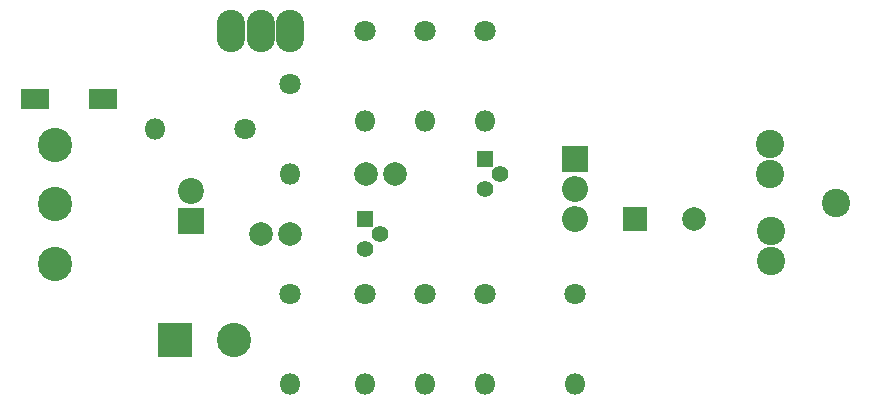
<source format=gbr>
G04 #@! TF.FileFunction,Soldermask,Bot*
%FSLAX46Y46*%
G04 Gerber Fmt 4.6, Leading zero omitted, Abs format (unit mm)*
G04 Created by KiCad (PCBNEW 4.0.6) date 06/16/17 19:06:26*
%MOMM*%
%LPD*%
G01*
G04 APERTURE LIST*
%ADD10C,0.100000*%
%ADD11C,2.900000*%
%ADD12R,2.900000X2.900000*%
%ADD13C,2.000000*%
%ADD14R,2.000000X2.000000*%
%ADD15R,2.200000X2.200000*%
%ADD16C,2.200000*%
%ADD17R,2.400000X1.700000*%
%ADD18O,2.400000X3.600000*%
%ADD19C,2.400000*%
%ADD20C,1.400000*%
%ADD21R,1.400000X1.400000*%
%ADD22O,2.200000X2.200000*%
%ADD23C,1.800000*%
%ADD24O,1.800000X1.800000*%
G04 APERTURE END LIST*
D10*
D11*
X117200000Y-104200000D03*
X117200000Y-109200000D03*
X117200000Y-99200000D03*
D12*
X127400000Y-115700000D03*
D11*
X132400000Y-115700000D03*
D13*
X134660000Y-106680000D03*
X137160000Y-106680000D03*
X143550000Y-101600000D03*
X146050000Y-101600000D03*
D14*
X166370000Y-105410000D03*
D13*
X171370000Y-105410000D03*
D15*
X128700000Y-105600000D03*
D16*
X128700000Y-103060000D03*
D17*
X121285000Y-95250000D03*
X115525000Y-95230000D03*
D18*
X134670000Y-89505000D03*
X132150000Y-89505000D03*
X137160000Y-89535000D03*
D19*
X177800000Y-99050000D03*
X177840000Y-109020000D03*
X177810000Y-106460000D03*
X177800000Y-101600000D03*
X183330000Y-104070000D03*
D20*
X144780000Y-106680000D03*
X143510000Y-107950000D03*
D21*
X143510000Y-105410000D03*
D20*
X154940000Y-101600000D03*
X153670000Y-102870000D03*
D21*
X153670000Y-100330000D03*
D15*
X161290000Y-100330000D03*
D22*
X161290000Y-102870000D03*
X161290000Y-105410000D03*
D23*
X133350000Y-97790000D03*
D24*
X125730000Y-97790000D03*
D23*
X137160000Y-93980000D03*
D24*
X137160000Y-101600000D03*
D23*
X137160000Y-111760000D03*
D24*
X137160000Y-119380000D03*
D23*
X143510000Y-89535000D03*
D24*
X143510000Y-97155000D03*
D23*
X143510000Y-111760000D03*
D24*
X143510000Y-119380000D03*
D23*
X148590000Y-89535000D03*
D24*
X148590000Y-97155000D03*
D23*
X148590000Y-111760000D03*
D24*
X148590000Y-119380000D03*
D23*
X153670000Y-89535000D03*
D24*
X153670000Y-97155000D03*
D23*
X153670000Y-111760000D03*
D24*
X153670000Y-119380000D03*
D23*
X161290000Y-111760000D03*
D24*
X161290000Y-119380000D03*
M02*

</source>
